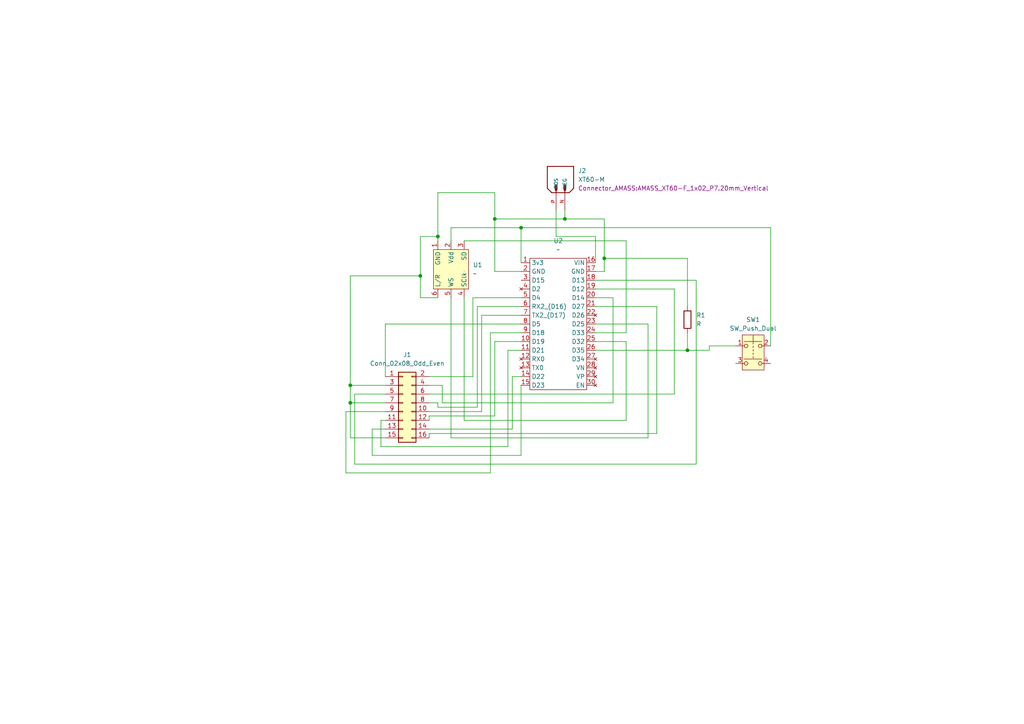
<source format=kicad_sch>
(kicad_sch (version 20250114) (generator "eeschema") (generator_version "9.0")
  (paper "A4")
  (lib_symbols
    (symbol "AudioVisSymbols:ESP32_DevKit"
      (property "Reference" "U" (at 0 0 0))
      (symbol "ESP32_DevKit_0_1"
        (rectangle (start 1.27 11.43) (end 17.78 -26.67))
      )
      (symbol "ESP32_DevKit_1_1"
        (pin power_out line (at -1.27 10.16 0) (length 2.54) (name "3v3") (number "1"))
        (pin power_out line (at -1.27 7.62 0) (length 2.54) (name "GND") (number "2"))
        (pin output line (at -1.27 5.08 0) (length 2.54) (name "D15") (number "3"))
        (pin no_connect line (at -1.27 2.54 0) (length 2.54) (name "D2") (number "4"))
        (pin output line (at -1.27 0 0) (length 2.54) (name "D4") (number "5"))
        (pin output line (at -1.27 -2.54 0) (length 2.54) (name "RX2_(D16)") (number "6"))
        (pin output line (at -1.27 -5.08 0) (length 2.54) (name "TX2_(D17)") (number "7"))
        (pin output line (at -1.27 -7.62 0) (length 2.54) (name "D5") (number "8"))
        (pin output line (at -1.27 -10.16 0) (length 2.54) (name "D18") (number "9"))
        (pin output line (at -1.27 -12.7 0) (length 2.54) (name "D19") (number "10"))
        (pin output line (at -1.27 -15.24 0) (length 2.54) (name "D21") (number "11"))
        (pin no_connect line (at -1.27 -17.78 0) (length 2.54) (name "RX0") (number "12"))
        (pin no_connect line (at -1.27 -20.32 0) (length 2.54) (name "TX0") (number "13"))
        (pin output line (at -1.27 -22.86 0) (length 2.54) (name "D22") (number "14"))
        (pin output line (at -1.27 -25.4 0) (length 2.54) (name "D23") (number "15"))
        (pin power_in line (at 20.32 10.16 180) (length 2.54) (name "VIN") (number "16"))
        (pin power_out line (at 20.32 7.62 180) (length 2.54) (name "GND") (number "17"))
        (pin output line (at 20.32 5.08 180) (length 2.54) (name "D13") (number "18"))
        (pin output line (at 20.32 2.54 180) (length 2.54) (name "D12") (number "19"))
        (pin output line (at 20.32 0 180) (length 2.54) (name "D14") (number "20"))
        (pin output line (at 20.32 -2.54 180) (length 2.54) (name "D27") (number "21"))
        (pin no_connect line (at 20.32 -5.08 180) (length 2.54) (name "D26") (number "22"))
        (pin output line (at 20.32 -7.62 180) (length 2.54) (name "D25") (number "23"))
        (pin output line (at 20.32 -10.16 180) (length 2.54) (name "D33") (number "24"))
        (pin output line (at 20.32 -12.7 180) (length 2.54) (name "D32") (number "25"))
        (pin input line (at 20.32 -15.24 180) (length 2.54) (name "D35") (number "26"))
        (pin no_connect line (at 20.32 -17.78 180) (length 2.54) (name "D34") (number "27"))
        (pin no_connect line (at 20.32 -20.32 180) (length 2.54) (name "VN") (number "28"))
        (pin no_connect line (at 20.32 -22.86 180) (length 2.54) (name "VP") (number "29"))
        (pin no_connect line (at 20.32 -25.4 180) (length 2.54) (name "EN") (number "30"))
      )
    )
    (symbol "AudioVisSymbols:INMP441"
      (property "Reference" "U" (at 0 0 0))
      (symbol "INMP441_0_1"
        (rectangle (start 6.35 -3.81) (end 6.35 -3.81))
        (rectangle (start 6.35 -3.81) (end 6.35 -3.81))
        (rectangle (start 10.16 0) (end 10.16 0))
      )
      (symbol "INMP441_1_1"
        (rectangle (start 1.27 6.35) (end 11.43 -5.08) (fill (type color) (color 255 255 194 1)))
        (pin power_in line (at 2.54 8.89 270) (length 2.54) (name "GND") (number "1"))
        (pin input line (at 2.54 -7.62 90) (length 2.54) (name "L/R") (number "6"))
        (pin power_in line (at 6.35 8.89 270) (length 2.54) (name "Vdd") (number "2"))
        (pin input line (at 6.35 -7.62 90) (length 2.54) (name "WS") (number "5"))
        (pin output line (at 10.16 8.89 270) (length 2.54) (name "SD") (number "3"))
        (pin input line (at 10.16 -7.62 90) (length 2.54) (name "SClk") (number "4"))
      )
    )
    (symbol "Connector_Generic:Conn_02x08_Odd_Even" (pin_names (offset 1.016) (hide yes))
      (property "Reference" "J" (at 1.27 10.16 0))
      (property "Value" "Conn_02x08_Odd_Even" (at 1.27 -12.7 0))
      (symbol "Conn_02x08_Odd_Even_1_1"
        (rectangle (start -1.27 8.89) (end 3.81 -11.43) (stroke (width 0.254)) (fill (type background)))
        (rectangle (start -1.27 7.747) (end 0 7.493) (stroke (width 0.1524)))
        (rectangle (start -1.27 5.207) (end 0 4.953) (stroke (width 0.1524)))
        (rectangle (start -1.27 2.667) (end 0 2.413) (stroke (width 0.1524)))
        (rectangle (start -1.27 0.127) (end 0 -0.127) (stroke (width 0.1524)))
        (rectangle (start -1.27 -2.413) (end 0 -2.667) (stroke (width 0.1524)))
        (rectangle (start -1.27 -4.953) (end 0 -5.207) (stroke (width 0.1524)))
        (rectangle (start -1.27 -7.493) (end 0 -7.747) (stroke (width 0.1524)))
        (rectangle (start -1.27 -10.033) (end 0 -10.287) (stroke (width 0.1524)))
        (rectangle (start 3.81 7.747) (end 2.54 7.493) (stroke (width 0.1524)))
        (rectangle (start 3.81 5.207) (end 2.54 4.953) (stroke (width 0.1524)))
        (rectangle (start 3.81 2.667) (end 2.54 2.413) (stroke (width 0.1524)))
        (rectangle (start 3.81 0.127) (end 2.54 -0.127) (stroke (width 0.1524)))
        (rectangle (start 3.81 -2.413) (end 2.54 -2.667) (stroke (width 0.1524)))
        (rectangle (start 3.81 -4.953) (end 2.54 -5.207) (stroke (width 0.1524)))
        (rectangle (start 3.81 -7.493) (end 2.54 -7.747) (stroke (width 0.1524)))
        (rectangle (start 3.81 -10.033) (end 2.54 -10.287) (stroke (width 0.1524)))
        (pin passive line (at -5.08 7.62 0) (length 3.81) (name "Pin_1") (number "1"))
        (pin passive line (at -5.08 5.08 0) (length 3.81) (name "Pin_3") (number "3"))
        (pin passive line (at -5.08 2.54 0) (length 3.81) (name "Pin_5") (number "5"))
        (pin passive line (at -5.08 0 0) (length 3.81) (name "Pin_7") (number "7"))
        (pin passive line (at -5.08 -2.54 0) (length 3.81) (name "Pin_9") (number "9"))
        (pin passive line (at -5.08 -5.08 0) (length 3.81) (name "Pin_11") (number "11"))
        (pin passive line (at -5.08 -7.62 0) (length 3.81) (name "Pin_13") (number "13"))
        (pin passive line (at -5.08 -10.16 0) (length 3.81) (name "Pin_15") (number "15"))
        (pin passive line (at 7.62 7.62 180) (length 3.81) (name "Pin_2") (number "2"))
        (pin passive line (at 7.62 5.08 180) (length 3.81) (name "Pin_4") (number "4"))
        (pin passive line (at 7.62 2.54 180) (length 3.81) (name "Pin_6") (number "6"))
        (pin passive line (at 7.62 0 180) (length 3.81) (name "Pin_8") (number "8"))
        (pin passive line (at 7.62 -2.54 180) (length 3.81) (name "Pin_10") (number "10"))
        (pin passive line (at 7.62 -5.08 180) (length 3.81) (name "Pin_12") (number "12"))
        (pin passive line (at 7.62 -7.62 180) (length 3.81) (name "Pin_14") (number "14"))
        (pin passive line (at 7.62 -10.16 180) (length 3.81) (name "Pin_16") (number "16"))
      )
    )
    (symbol "Device:R" (pin_numbers (hide yes)) (pin_names (offset 0))
      (property "Reference" "R" (at 2.032 0 90))
      (property "Value" "R" (at 0 0 90))
      (symbol "R_0_1"
        (rectangle (start -1.016 -2.54) (end 1.016 2.54) (stroke (width 0.254)))
      )
      (symbol "R_1_1"
        (pin passive line (at 0 3.81 270) (length 1.27) (name "~") (number "1"))
        (pin passive line (at 0 -3.81 90) (length 1.27) (name "~") (number "2"))
      )
    )
    (symbol "Switch:SW_Push_Dual" (pin_names (offset 1.016) (hide yes))
      (property "Reference" "SW" (at 0 7.62 0))
      (property "Value" "SW_Push_Dual" (at 0 -6.35 0))
      (symbol "SW_Push_Dual_0_1"
        (circle (center -2.032 2.54) (radius 0.508))
        (circle (center -2.032 -2.54) (radius 0.508))
        (polyline (pts (xy 0 3.81) (xy 0 5.588)))
        (polyline (pts (xy 0 3.048) (xy 0 3.556)))
        (polyline (pts (xy 0 2.032) (xy 0 2.54)))
        (polyline (pts (xy 0 1.016) (xy 0 1.524)))
        (polyline (pts (xy 0 0.508) (xy 0 0)))
        (polyline (pts (xy 0 -0.508) (xy 0 -1.016)))
        (circle (center 2.032 2.54) (radius 0.508))
        (circle (center 2.032 -2.54) (radius 0.508))
        (polyline (pts (xy 2.54 3.81) (xy -2.54 3.81)))
        (polyline (pts (xy 2.54 -1.27) (xy -2.54 -1.27)))
        (pin passive line (at -5.08 2.54 0) (length 2.54) (name "1") (number "1"))
        (pin passive line (at -5.08 -2.54 0) (length 2.54) (name "3") (number "3"))
        (pin passive line (at 5.08 2.54 180) (length 2.54) (name "2") (number "2"))
        (pin passive line (at 5.08 -2.54 180) (length 2.54) (name "4") (number "4"))
      )
      (symbol "SW_Push_Dual_1_1"
        (rectangle (start -3.175 5.715) (end 3.175 -4.445) (fill (type background)))
      )
    )
    (symbol "XT60-M:XT60-M" (pin_names (offset 1.016))
      (property "Reference" "J" (at 0 6.35 0))
      (property "Value" "XT60-M" (at 0 -5.08 0))
      (symbol "XT60-M_0_0"
        (polyline (pts (xy 0 3.81) (xy 0 2.54)) (stroke (width 0.254)))
        (polyline (pts (xy 0 3.81) (xy 1.27 5.08)) (stroke (width 0.254)))
        (polyline (pts (xy 0 2.54) (xy 0 -1.27)) (stroke (width 0.254)))
        (polyline (pts (xy 0 2.54) (xy 1.905 2.54)) (stroke (width 0.254)))
        (polyline (pts (xy 0 0) (xy 1.905 0)) (stroke (width 0.254)))
        (polyline (pts (xy 0 -1.27) (xy 1.27 -2.54)) (stroke (width 0.254)))
        (rectangle (start 0.635 2.2225) (end 2.2225 2.8575) (stroke (width 0.1)) (fill (type outline)))
        (rectangle (start 0.635 -0.3175) (end 2.2225 0.3175) (stroke (width 0.1)) (fill (type outline)))
        (polyline (pts (xy 1.27 -2.54) (xy 7.62 -2.54)) (stroke (width 0.254)))
        (polyline (pts (xy 7.62 5.08) (xy 1.27 5.08)) (stroke (width 0.254)))
        (polyline (pts (xy 7.62 -2.54) (xy 7.62 5.08)) (stroke (width 0.254)))
        (pin passive line (at -5.08 2.54 0) (length 5.08) (name "POS") (number "P"))
        (pin passive line (at -5.08 0 0) (length 5.08) (name "NEG") (number "N"))
      )
    )
  )
  (junction (at 121.92 80.01))
  (junction (at 175.26 74.93))
  (junction (at 163.83 63.5))
  (junction (at 127 68.58))
  (junction (at 199.39 101.6))
  (junction (at 101.6 111.76))
  (junction (at 151.13 66.04))
  (junction (at 101.6 116.84))
  (junction (at 143.51 63.5))
  (wire (pts (xy 172.72 93.98) (xy 187.96 93.98)))
  (wire (pts (xy 139.7 119.38) (xy 124.46 119.38)))
  (wire (pts (xy 148.59 124.46) (xy 124.46 124.46)))
  (wire (pts (xy 172.72 86.36) (xy 177.8 86.36)))
  (wire (pts (xy 187.96 93.98) (xy 187.96 127)))
  (wire (pts (xy 151.13 132.08) (xy 107.95 132.08)))
  (wire (pts (xy 161.29 60.96) (xy 161.29 68.58)))
  (wire (pts (xy 130.81 66.04) (xy 151.13 66.04)))
  (wire (pts (xy 127 68.58) (xy 127 69.85)))
  (wire (pts (xy 172.72 68.58) (xy 172.72 76.2)))
  (wire (pts (xy 172.72 96.52) (xy 181.61 96.52)))
  (wire (pts (xy 111.76 111.76) (xy 101.6 111.76)))
  (wire (pts (xy 201.93 134.62) (xy 102.87 134.62)))
  (wire (pts (xy 199.39 88.9) (xy 199.39 74.93)))
  (wire (pts (xy 151.13 96.52) (xy 142.24 96.52)))
  (wire (pts (xy 139.7 91.44) (xy 139.7 119.38)))
  (wire (pts (xy 102.87 134.62) (xy 102.87 114.3)))
  (wire (pts (xy 190.5 88.9) (xy 190.5 125.73)))
  (wire (pts (xy 151.13 101.6) (xy 147.32 101.6)))
  (wire (pts (xy 151.13 109.22) (xy 148.59 109.22)))
  (wire (pts (xy 175.26 74.93) (xy 175.26 78.74)))
  (wire (pts (xy 102.87 114.3) (xy 111.76 114.3)))
  (wire (pts (xy 101.6 80.01) (xy 121.92 80.01)))
  (wire (pts (xy 163.83 60.96) (xy 163.83 63.5)))
  (wire (pts (xy 151.13 88.9) (xy 138.43 88.9)))
  (wire (pts (xy 195.58 114.3) (xy 124.46 114.3)))
  (wire (pts (xy 111.76 116.84) (xy 101.6 116.84)))
  (wire (pts (xy 128.27 116.84) (xy 128.27 111.76)))
  (wire (pts (xy 175.26 78.74) (xy 172.72 78.74)))
  (wire (pts (xy 147.32 101.6) (xy 147.32 129.54)))
  (wire (pts (xy 151.13 111.76) (xy 151.13 132.08)))
  (wire (pts (xy 101.6 116.84) (xy 101.6 111.76)))
  (wire (pts (xy 201.93 81.28) (xy 201.93 134.62)))
  (wire (pts (xy 172.72 99.06) (xy 181.61 99.06)))
  (wire (pts (xy 175.26 63.5) (xy 175.26 74.93)))
  (wire (pts (xy 172.72 81.28) (xy 201.93 81.28)))
  (wire (pts (xy 148.59 109.22) (xy 148.59 124.46)))
  (wire (pts (xy 151.13 78.74) (xy 143.51 78.74)))
  (wire (pts (xy 130.81 69.85) (xy 130.81 66.04)))
  (wire (pts (xy 127 86.36) (xy 121.92 86.36)))
  (wire (pts (xy 137.16 109.22) (xy 124.46 109.22)))
  (wire (pts (xy 181.61 96.52) (xy 181.61 69.85)))
  (wire (pts (xy 101.6 127) (xy 101.6 116.84)))
  (wire (pts (xy 107.95 124.46) (xy 111.76 124.46)))
  (wire (pts (xy 121.92 86.36) (xy 121.92 80.01)))
  (wire (pts (xy 172.72 88.9) (xy 190.5 88.9)))
  (wire (pts (xy 181.61 99.06) (xy 181.61 121.92)))
  (wire (pts (xy 199.39 101.6) (xy 172.72 101.6)))
  (wire (pts (xy 111.76 93.98) (xy 111.76 109.22)))
  (wire (pts (xy 205.74 101.6) (xy 199.39 101.6)))
  (wire (pts (xy 187.96 127) (xy 130.81 127)))
  (wire (pts (xy 190.5 125.73) (xy 124.46 125.73)))
  (wire (pts (xy 199.39 74.93) (xy 175.26 74.93)))
  (wire (pts (xy 223.52 66.04) (xy 223.52 100.33)))
  (wire (pts (xy 127 118.11) (xy 127 116.84)))
  (wire (pts (xy 181.61 69.85) (xy 134.62 69.85)))
  (wire (pts (xy 195.58 83.82) (xy 195.58 114.3)))
  (wire (pts (xy 121.92 80.01) (xy 121.92 68.58)))
  (wire (pts (xy 124.46 125.73) (xy 124.46 127)))
  (wire (pts (xy 143.51 63.5) (xy 143.51 55.88)))
  (wire (pts (xy 172.72 83.82) (xy 195.58 83.82)))
  (wire (pts (xy 101.6 111.76) (xy 101.6 80.01)))
  (wire (pts (xy 143.51 120.65) (xy 124.46 120.65)))
  (wire (pts (xy 177.8 116.84) (xy 128.27 116.84)))
  (wire (pts (xy 151.13 99.06) (xy 143.51 99.06)))
  (wire (pts (xy 199.39 96.52) (xy 199.39 101.6)))
  (wire (pts (xy 177.8 86.36) (xy 177.8 116.84)))
  (wire (pts (xy 163.83 63.5) (xy 143.51 63.5)))
  (wire (pts (xy 205.74 100.33) (xy 205.74 101.6)))
  (wire (pts (xy 121.92 68.58) (xy 127 68.58)))
  (wire (pts (xy 151.13 86.36) (xy 137.16 86.36)))
  (wire (pts (xy 127 116.84) (xy 124.46 116.84)))
  (wire (pts (xy 161.29 68.58) (xy 172.72 68.58)))
  (wire (pts (xy 151.13 91.44) (xy 139.7 91.44)))
  (wire (pts (xy 127 55.88) (xy 127 68.58)))
  (wire (pts (xy 110.49 129.54) (xy 110.49 121.92)))
  (wire (pts (xy 130.81 86.36) (xy 130.81 127)))
  (wire (pts (xy 143.51 99.06) (xy 143.51 120.65)))
  (wire (pts (xy 138.43 88.9) (xy 138.43 118.11)))
  (wire (pts (xy 100.33 137.16) (xy 100.33 119.38)))
  (wire (pts (xy 138.43 118.11) (xy 127 118.11)))
  (wire (pts (xy 142.24 96.52) (xy 142.24 137.16)))
  (wire (pts (xy 143.51 78.74) (xy 143.51 63.5)))
  (wire (pts (xy 181.61 121.92) (xy 134.62 121.92)))
  (wire (pts (xy 147.32 129.54) (xy 110.49 129.54)))
  (wire (pts (xy 151.13 66.04) (xy 151.13 76.2)))
  (wire (pts (xy 143.51 55.88) (xy 127 55.88)))
  (wire (pts (xy 110.49 121.92) (xy 111.76 121.92)))
  (wire (pts (xy 163.83 63.5) (xy 175.26 63.5)))
  (wire (pts (xy 151.13 66.04) (xy 223.52 66.04)))
  (wire (pts (xy 128.27 111.76) (xy 124.46 111.76)))
  (wire (pts (xy 100.33 119.38) (xy 111.76 119.38)))
  (wire (pts (xy 142.24 137.16) (xy 100.33 137.16)))
  (wire (pts (xy 134.62 121.92) (xy 134.62 86.36)))
  (wire (pts (xy 107.95 132.08) (xy 107.95 124.46)))
  (wire (pts (xy 151.13 93.98) (xy 111.76 93.98)))
  (wire (pts (xy 111.76 127) (xy 101.6 127)))
  (wire (pts (xy 124.46 120.65) (xy 124.46 121.92)))
  (wire (pts (xy 137.16 86.36) (xy 137.16 109.22)))
  (wire (pts (xy 213.36 100.33) (xy 205.74 100.33)))
  (symbol (lib_id "Connector_Generic:Conn_02x08_Odd_Even") (at 116.84 116.84 0) (unit 1)
    (property "Reference" "J1" (at 118.11 102.87 0))
    (property "Value" "Conn_02x08_Odd_Even" (at 118.11 105.41 0))
    (property "Footprint" "Connector_IDC:IDC-Header_2x08_P2.54mm_Latch9.5mm_Vertical" (effects (hide yes)))
    (property "Description" "Generic connector, double row, 02x08, odd/even pin numbering scheme (row 1 odd numbers, row 2 even numbers), script generated (kicad-library-utils/schlib/autogen/connector/)" (effects (hide yes)))
  )
  (symbol (lib_id "AudioVisSymbols:INMP441") (at 124.46 78.74 0) (unit 1)
    (property "Reference" "U1" (at 137.16 76.8349 0) (effects (justify left)))
    (property "Value" "~" (at 137.16 79.3749 0) (effects (justify left)))
    (property "Footprint" "AudioVis:INMP441" (effects (hide yes)))
  )
  (symbol (lib_id "Device:R") (at 199.39 92.71 0) (unit 1)
    (property "Reference" "R1" (at 201.93 91.4399 0) (effects (justify left)))
    (property "Value" "R" (at 201.93 93.9799 0) (effects (justify left)))
    (property "Description" "Resistor" (effects (hide yes)))
  )
  (symbol (lib_id "XT60-M:XT60-M") (at 163.83 55.88 90) (unit 1)
    (property "Reference" "J2" (at 167.64 49.5299 90) (effects (justify right)))
    (property "Value" "XT60-M" (at 167.64 52.0699 90) (effects (justify right)))
    (property "Footprint" "Connector_AMASS:AMASS_XT60-F_1x02_P7.20mm_Vertical" (at 167.64 54.6099 90) (effects (justify right)))
    (property "MF" "AMASS" (effects (hide yes)))
    (property "MAXIMUM_PACKAGE_HEIGHT" "16.00 mm" (effects (hide yes)))
    (property "Package" "Package" (effects (hide yes)))
    (property "Price" "None" (effects (hide yes)))
    (property "Check_prices" "https://www.snapeda.com/parts/XT60-M/AMASS/view-part/?ref=eda" (effects (hide yes)))
    (property "STANDARD" "IPC 7351B" (effects (hide yes)))
    (property "PARTREV" "V1.2" (effects (hide yes)))
    (property "SnapEDA_Link" "https://www.snapeda.com/parts/XT60-M/AMASS/view-part/?ref=snap" (effects (hide yes)))
    (property "MP" "XT60-M" (effects (hide yes)))
    (property "Description_1" "Plug; DC supply; XT60; male; PIN: 2; for cable; soldered; 30A; 500V" (effects (hide yes)))
    (property "Availability" "In Stock" (effects (hide yes)))
    (property "MANUFACTURER" "AMASS" (effects (hide yes)))
  )
  (symbol (lib_id "AudioVisSymbols:ESP32_DevKit") (at 152.4 86.36 0) (unit 1)
    (property "Reference" "U2" (at 161.925 69.85 0))
    (property "Value" "~" (at 161.925 72.39 0))
    (property "Footprint" "AudioVis:ESP32DevKit" (effects (hide yes)))
  )
  (symbol (lib_id "Switch:SW_Push_Dual") (at 218.44 102.87 0) (unit 1)
    (property "Reference" "SW1" (at 218.44 92.71 0))
    (property "Value" "SW_Push_Dual" (at 218.44 95.25 0))
    (property "Description" "Push button switch, generic, symbol, four pins" (effects (hide yes)))
  )
)
</source>
